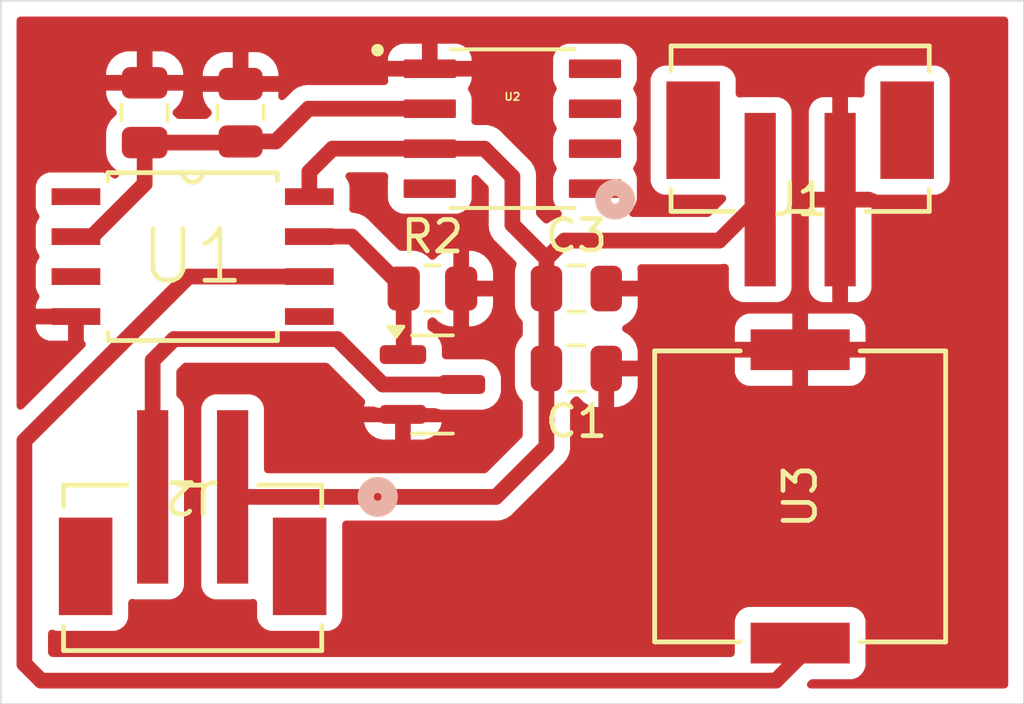
<source format=kicad_pcb>
(kicad_pcb (version 20221018) (generator pcbnew)
  (layers (0 "F.Cu" signal) (31 "B.Cu" signal) (34 "B.Paste" user) (35 "F.Paste" user) (36 "B.SilkS" user "B.Silkscreen") (37 "F.SilkS" user "F.Silkscreen") (38 "B.Mask" user) (39 "F.Mask" user) (44 "Edge.Cuts" user))
  (net 0 "")
  (net 1 "GND")
  (net 2 "/analog_read")
  (net 3 "/Vin")
  (net 4 "/signal")
  (net 5 "Net-(Q1-D)")
  (net 9 "/buzzer")
  (footprint "jst_ph:CONN2_B2B-PH-SM4_JST" (layer "F.Cu") (at 52.324 25.908)
    (fp_text reference "J1" (at 0 2.2541 unlocked) (layer "F.SilkS"))
    (fp_text value "B2B-PH-SM4-TBT LFSN" hide)
    (fp_circle (center -5.8801 2.2541) (end -5.4991 2.2541) (stroke (width 0.508)) (fill none) (layer "B.SilkS"))
    (fp_line (start -4.1021 -2.6289) (end -4.1021 -1.835041) (stroke (width 0.1524)) (layer "F.SilkS"))
    (fp_line (start -4.1021 1.929239) (end -4.1021 2.6289) (stroke (width 0.1524)) (layer "F.SilkS"))
    (fp_line (start -4.1021 2.6289) (end -2.09804 2.6289) (stroke (width 0.1524)) (layer "F.SilkS"))
    (fp_line (start -0.44196 2.6289) (end 0.44196 2.6289) (stroke (width 0.1524)) (layer "F.SilkS"))
    (fp_line (start 2.09804 2.6289) (end 4.1021 2.6289) (stroke (width 0.1524)) (layer "F.SilkS"))
    (fp_line (start 4.1021 -2.6289) (end -4.1021 -2.6289) (stroke (width 0.1524)) (layer "F.SilkS"))
    (fp_line (start 4.1021 -1.835041) (end 4.1021 -2.6289) (stroke (width 0.1524)) (layer "F.SilkS"))
    (fp_line (start 4.1021 2.6289) (end 4.1021 1.929239) (stroke (width 0.1524)) (layer "F.SilkS"))
    (fp_circle (center -5.8801 2.2541) (end -5.4991 2.2541) (stroke (width 0.508)) (fill none) (layer "F.SilkS"))
    (pad "1" smd rect (at -1.27 2.2541) (size 0.9906 5.5118) (layers "F.Cu" "F.Paste" "F.Mask") (net 3 "/Vin"))
    (pad "2" smd rect (at 1.27 2.2541) (size 0.9906 5.5118) (layers "F.Cu" "F.Paste" "F.Mask") (net 1 "GND"))
    (pad "3" smd rect (at -3.399998 0.047099) (size 1.7018 3.0988) (layers "F.Cu" "F.Paste" "F.Mask"))
    (pad "4" smd rect (at 3.399998 0.047099) (size 1.7018 3.0988) (layers "F.Cu" "F.Paste" "F.Mask"))
  )
  (footprint "Capacitor_SMD:C_0805_2012Metric" (layer "F.Cu") (at 31.496 25.4 90)
    (fp_text reference "C2" hide)
    (fp_text value "100nF")
    (fp_line (start -0.261252 -0.735) (end 0.261252 -0.735) (stroke (width 0.12)) (layer "F.SilkS"))
    (fp_line (start -0.261252 0.735) (end 0.261252 0.735) (stroke (width 0.12)) (layer "F.SilkS"))
    (pad "1" smd roundrect (at -0.95 0 90) (size 1 1.45) (layers "F.Cu" "F.Paste" "F.Mask") (net 2 "/analog_read"))
    (pad "2" smd roundrect (at 0.95 0 90) (size 1 1.45) (layers "F.Cu" "F.Paste" "F.Mask") (net 1 "GND"))
  )
  (footprint "Package_TO_SOT_SMD:SOT-23" (layer "F.Cu") (at 40.64 34.036)
    (fp_text reference "Q1" hide)
    (fp_text value "AO3400A")
    (fp_line (start 0 -1.56) (end -0.65 -1.56) (stroke (width 0.12)) (layer "F.SilkS"))
    (fp_line (start 0 -1.56) (end 0.65 -1.56) (stroke (width 0.12)) (layer "F.SilkS"))
    (fp_line (start 0 1.56) (end -0.65 1.56) (stroke (width 0.12)) (layer "F.SilkS"))
    (fp_line (start 0 1.56) (end 0.65 1.56) (stroke (width 0.12)) (layer "F.SilkS"))
    (fp_poly (pts (xy -1.1625 -1.51) (xy -1.4025 -1.84) (xy -0.9225 -1.84) (xy -1.1625 -1.51)) (stroke (width 0.12)) (fill solid) (layer "F.SilkS"))
    (pad "1" smd roundrect (at -0.9375 -0.95) (size 1.475 0.6) (layers "F.Cu" "F.Paste" "F.Mask") (net 4 "/signal"))
    (pad "2" smd roundrect (at -0.9375 0.95) (size 1.475 0.6) (layers "F.Cu" "F.Paste" "F.Mask") (net 1 "GND"))
    (pad "3" smd roundrect (at 0.9375 0) (size 1.475 0.6) (layers "F.Cu" "F.Paste" "F.Mask") (net 5 "Net-(Q1-D)"))
  )
  (footprint "Capacitor_SMD:C_0805_2012Metric" (layer "F.Cu") (at 45.212 33.528 180)
    (fp_text reference "C1" (at 0 -1.68) (layer "F.SilkS"))
    (fp_text value "100nF")
    (fp_line (start -0.261252 -0.735) (end 0.261252 -0.735) (stroke (width 0.12)) (layer "F.SilkS"))
    (fp_line (start -0.261252 0.735) (end 0.261252 0.735) (stroke (width 0.12)) (layer "F.SilkS"))
    (pad "1" smd roundrect (at -0.95 0 180) (size 1 1.45) (layers "F.Cu" "F.Paste" "F.Mask") (net 1 "GND"))
    (pad "2" smd roundrect (at 0.95 0 180) (size 1 1.45) (layers "F.Cu" "F.Paste" "F.Mask") (net 3 "/Vin"))
  )
  (footprint "ambient_sensor:SOIC127P599X175-8N" (layer "F.Cu") (at 43.18 25.908)
    (fp_text reference "U2" (at 0 -1.016) (layer "F.SilkS") (effects (font (size 0.24 0.25) (thickness 0.05) bold)))
    (fp_text value "MLX75305KXD-AAA-000-RE" hide)
    (fp_line (start -1.97 -2.52) (end 1.97 -2.52) (stroke (width 0.127)) (layer "F.SilkS"))
    (fp_line (start -1.97 2.52) (end 1.97 2.52) (stroke (width 0.127)) (layer "F.SilkS"))
    (fp_circle (center -4.285 -2.495) (end -4.185 -2.495) (stroke (width 0.2)) (fill none) (layer "F.SilkS"))
    (pad "1" smd roundrect (at -2.625 -1.905) (size 1.66 0.59) (layers "F.Cu" "F.Paste" "F.Mask") (roundrect_rratio 0.07) (net 1 "GND"))
    (pad "2" smd roundrect (at -2.625 -0.635) (size 1.66 0.59) (layers "F.Cu" "F.Paste" "F.Mask") (roundrect_rratio 0.07) (net 2 "/analog_read"))
    (pad "3" smd roundrect (at -2.625 0.635) (size 1.66 0.59) (layers "F.Cu" "F.Paste" "F.Mask") (roundrect_rratio 0.07) (net 3 "/Vin"))
    (pad "4" smd roundrect (at -2.625 1.905) (size 1.66 0.59) (layers "F.Cu" "F.Paste" "F.Mask") (roundrect_rratio 0.07))
    (pad "5" smd roundrect (at 2.625 1.905) (size 1.66 0.59) (layers "F.Cu" "F.Paste" "F.Mask") (roundrect_rratio 0.07))
    (pad "6" smd roundrect (at 2.625 0.635) (size 1.66 0.59) (layers "F.Cu" "F.Paste" "F.Mask") (roundrect_rratio 0.07))
    (pad "7" smd roundrect (at 2.625 -0.635) (size 1.66 0.59) (layers "F.Cu" "F.Paste" "F.Mask") (roundrect_rratio 0.07))
    (pad "8" smd roundrect (at 2.625 -1.905) (size 1.66 0.59) (layers "F.Cu" "F.Paste" "F.Mask") (roundrect_rratio 0.07))
  )
  (footprint "Resistor_SMD:R_0805_2012Metric" (layer "F.Cu") (at 40.64 30.988)
    (fp_text reference "R2" (at 0 -1.65) (layer "F.SilkS"))
    (fp_text value "R_US" hide)
    (fp_line (start -0.227064 -0.735) (end 0.227064 -0.735) (stroke (width 0.12)) (layer "F.SilkS"))
    (fp_line (start -0.227064 0.735) (end 0.227064 0.735) (stroke (width 0.12)) (layer "F.SilkS"))
    (pad "1" smd roundrect (at -0.9125 0) (size 1.025 1.4) (layers "F.Cu" "F.Paste" "F.Mask") (roundrect_rratio 0.243902) (net 4 "/signal"))
    (pad "2" smd roundrect (at 0.9125 0) (size 1.025 1.4) (layers "F.Cu" "F.Paste" "F.Mask") (roundrect_rratio 0.243902) (net 1 "GND"))
  )
  (footprint "Resistor_SMD:R_0805_2012Metric" (layer "F.Cu") (at 34.544 25.4 90)
    (fp_text reference "R1" hide)
    (fp_text value "R_US" hide)
    (fp_line (start -0.227064 -0.735) (end 0.227064 -0.735) (stroke (width 0.12)) (layer "F.SilkS"))
    (fp_line (start -0.227064 0.735) (end 0.227064 0.735) (stroke (width 0.12)) (layer "F.SilkS"))
    (pad "1" smd roundrect (at -0.9125 0 90) (size 1.025 1.4) (layers "F.Cu" "F.Paste" "F.Mask") (roundrect_rratio 0.243902) (net 2 "/analog_read"))
    (pad "2" smd roundrect (at 0.9125 0 90) (size 1.025 1.4) (layers "F.Cu" "F.Paste" "F.Mask") (roundrect_rratio 0.243902) (net 1 "GND"))
  )
  (footprint "Capacitor_SMD:C_0805_2012Metric" (layer "F.Cu") (at 45.212 30.988)
    (fp_text reference "C3" (at 0 -1.68) (layer "F.SilkS"))
    (fp_text value "2.2uF")
    (fp_line (start -0.261252 -0.735) (end 0.261252 -0.735) (stroke (width 0.12)) (layer "F.SilkS"))
    (fp_line (start -0.261252 0.735) (end 0.261252 0.735) (stroke (width 0.12)) (layer "F.SilkS"))
    (pad "1" smd roundrect (at -0.95 0) (size 1 1.45) (layers "F.Cu" "F.Paste" "F.Mask") (net 3 "/Vin"))
    (pad "2" smd roundrect (at 0.95 0) (size 1 1.45) (layers "F.Cu" "F.Paste" "F.Mask") (net 1 "GND"))
  )
  (footprint "jst_ph:CONN2_B2B-PH-SM4_JST" (layer "F.Cu") (at 33.02 39.86205 180)
    (fp_text reference "J2" (at 0 2.2541 180 unlocked) (layer "F.SilkS"))
    (fp_text value "B2B-PH-SM4-TBT LFSN" hide)
    (fp_circle (center -5.8801 2.2541) (end -5.4991 2.2541) (stroke (width 0.508)) (fill none) (layer "B.SilkS"))
    (fp_line (start -4.1021 -2.6289) (end -4.1021 -1.835041) (stroke (width 0.1524)) (layer "F.SilkS"))
    (fp_line (start -4.1021 1.929239) (end -4.1021 2.6289) (stroke (width 0.1524)) (layer "F.SilkS"))
    (fp_line (start -4.1021 2.6289) (end -2.09804 2.6289) (stroke (width 0.1524)) (layer "F.SilkS"))
    (fp_line (start -0.44196 2.6289) (end 0.44196 2.6289) (stroke (width 0.1524)) (layer "F.SilkS"))
    (fp_line (start 2.09804 2.6289) (end 4.1021 2.6289) (stroke (width 0.1524)) (layer "F.SilkS"))
    (fp_line (start 4.1021 -2.6289) (end -4.1021 -2.6289) (stroke (width 0.1524)) (layer "F.SilkS"))
    (fp_line (start 4.1021 -1.835041) (end 4.1021 -2.6289) (stroke (width 0.1524)) (layer "F.SilkS"))
    (fp_line (start 4.1021 2.6289) (end 4.1021 1.929239) (stroke (width 0.1524)) (layer "F.SilkS"))
    (fp_circle (center -5.8801 2.2541) (end -5.4991 2.2541) (stroke (width 0.508)) (fill none) (layer "F.SilkS"))
    (pad "1" smd rect (at -1.27 2.2541 180) (size 0.9906 5.5118) (layers "F.Cu" "F.Paste" "F.Mask") (net 3 "/Vin"))
    (pad "2" smd rect (at 1.27 2.2541 180) (size 0.9906 5.5118) (layers "F.Cu" "F.Paste" "F.Mask") (net 5 "Net-(Q1-D)"))
    (pad "3" smd rect (at -3.399998 0.047099 180) (size 1.7018 3.0988) (layers "F.Cu" "F.Paste" "F.Mask"))
    (pad "4" smd rect (at 3.399998 0.047099 180) (size 1.7018 3.0988) (layers "F.Cu" "F.Paste" "F.Mask"))
  )
  (footprint "attiny85:ATTINY85-20SUR" (layer "F.Cu") (at 33.02 29.972)
    (fp_text reference "U1" (at 0 0) (layer "F.SilkS") (effects (font (size 1.642354 1.642354))))
    (fp_text value "ATTINY85-20SUR")
    (fp_line (start -2.6924 -2.667) (end -2.6924 -2.413) (stroke (width 0.1524)) (layer "F.SilkS"))
    (fp_line (start -2.6924 2.413) (end -2.6924 2.667) (stroke (width 0.1524)) (layer "F.SilkS"))
    (fp_line (start -2.6924 2.667) (end 2.6924 2.667) (stroke (width 0.1524)) (layer "F.SilkS"))
    (fp_line (start -0.3048 -2.667) (end -2.6924 -2.667) (stroke (width 0.1524)) (layer "F.SilkS"))
    (fp_line (start 0.3048 -2.667) (end -0.3048 -2.667) (stroke (width 0.1524)) (layer "F.SilkS"))
    (fp_line (start 2.6924 -2.667) (end 0.3048 -2.667) (stroke (width 0.1524)) (layer "F.SilkS"))
    (fp_line (start 2.6924 -2.413) (end 2.6924 -2.667) (stroke (width 0.1524)) (layer "F.SilkS"))
    (fp_line (start 2.6924 2.667) (end 2.6924 2.413) (stroke (width 0.1524)) (layer "F.SilkS"))
    (fp_arc (start 0.3048 -2.667) (mid 0 -2.3622) (end -0.3048 -2.667) (stroke (width 0.1524)) (layer "F.SilkS"))
    (fp_arc (start 0.3048 -2.667) (mid 0 -2.3622) (end -0.3048 -2.667) (stroke (width 0.1524)) (layer "F.SilkS"))
    (pad "1" smd rect (at -3.7084 -1.905) (size 1.5494 0.5334) (layers "F.Cu" "F.Paste" "F.Mask"))
    (pad "2" smd rect (at -3.7084 -0.635) (size 1.5494 0.5334) (layers "F.Cu" "F.Paste" "F.Mask") (net 2 "/analog_read"))
    (pad "3" smd rect (at -3.7084 0.635) (size 1.5494 0.5334) (layers "F.Cu" "F.Paste" "F.Mask"))
    (pad "4" smd rect (at -3.7084 1.905) (size 1.5494 0.5334) (layers "F.Cu" "F.Paste" "F.Mask") (net 1 "GND"))
    (pad "5" smd rect (at 3.7084 1.905) (size 1.5494 0.5334) (layers "F.Cu" "F.Paste" "F.Mask"))
    (pad "6" smd rect (at 3.7084 0.635) (size 1.5494 0.5334) (layers "F.Cu" "F.Paste" "F.Mask") (net 9 "/buzzer"))
    (pad "7" smd rect (at 3.7084 -0.635) (size 1.5494 0.5334) (layers "F.Cu" "F.Paste" "F.Mask") (net 4 "/signal"))
    (pad "8" smd rect (at 3.7084 -1.905) (size 1.5494 0.5334) (layers "F.Cu" "F.Paste" "F.Mask") (net 3 "/Vin"))
  )
  (footprint "buzzer_3v_9x9mm:SM_CPT_9X9_CUD" (layer "F.Cu") (at 52.324 37.592 90)
    (fp_text reference "U3" (at 0 0 90 unlocked) (layer "F.SilkS"))
    (fp_text value "CPT-9019S-SMT-TR" hide)
    (fp_line (start -4.6228 -4.6228) (end -4.6228 -1.90754) (stroke (width 0.1524)) (layer "F.SilkS"))
    (fp_line (start -4.6228 1.90754) (end -4.6228 4.6228) (stroke (width 0.1524)) (layer "F.SilkS"))
    (fp_line (start -4.6228 4.6228) (end 4.6228 4.6228) (stroke (width 0.1524)) (layer "F.SilkS"))
    (fp_line (start 4.6228 -4.6228) (end -4.6228 -4.6228) (stroke (width 0.1524)) (layer "F.SilkS"))
    (fp_line (start 4.6228 -1.90754) (end 4.6228 -4.6228) (stroke (width 0.1524)) (layer "F.SilkS"))
    (fp_line (start 4.6228 4.6228) (end 4.6228 1.90754) (stroke (width 0.1524)) (layer "F.SilkS"))
    (pad "1" smd rect (at -4.6609 0 90) (size 1.2954 3.1496) (layers "F.Cu" "F.Paste" "F.Mask") (net 9 "/buzzer"))
    (pad "2" smd rect (at 4.6609 0 90) (size 1.2954 3.1496) (layers "F.Cu" "F.Paste" "F.Mask") (net 1 "GND"))
  )
  (gr_rect (start 26.924 21.844) (end 59.436 44.196) (stroke (width 0.05)) (fill none) (layer "Edge.Cuts"))
  (segment (start 31.496 27.6606) (end 31.496 26.35) (width 0.5) (layer "F.Cu") (net 2))
  (segment (start 34.544 26.3125) (end 35.6635 26.3125) (width 0.5) (layer "F.Cu") (net 2))
  (segment (start 35.6635 26.3125) (end 36.703 25.273) (width 0.5) (layer "F.Cu") (net 2))
  (segment (start 29.3116 29.337) (end 29.8196 29.337) (width 0.5) (layer "F.Cu") (net 2))
  (segment (start 31.496 26.35) (end 34.5065 26.35) (width 0.5) (layer "F.Cu") (net 2))
  (segment (start 34.5065 26.35) (end 34.544 26.3125) (width 0.5) (layer "F.Cu") (net 2))
  (segment (start 29.8196 29.337) (end 31.496 27.6606) (width 0.5) (layer "F.Cu") (net 2))
  (segment (start 36.703 25.273) (end 40.555 25.273) (width 0.5) (layer "F.Cu") (net 2))
  (segment (start 43.18 28.956) (end 44.262 30.038) (width 0.5) (layer "F.Cu") (net 3))
  (segment (start 40.555 26.543) (end 37.465 26.543) (width 0.5) (layer "F.Cu") (net 3))
  (segment (start 44.262 36.002) (end 44.262 33.528) (width 0.5) (layer "F.Cu") (net 3))
  (segment (start 51.054 28.1621) (end 49.7521 29.464) (width 0.5) (layer "F.Cu") (net 3))
  (segment (start 42.291 26.543) (end 43.18 27.432) (width 0.5) (layer "F.Cu") (net 3))
  (segment (start 49.7521 29.464) (end 44.836 29.464) (width 0.5) (layer "F.Cu") (net 3))
  (segment (start 44.836 29.464) (end 44.262 30.038) (width 0.5) (layer "F.Cu") (net 3))
  (segment (start 44.262 30.038) (end 44.262 30.988) (width 0.5) (layer "F.Cu") (net 3))
  (segment (start 42.65605 37.60795) (end 44.262 36.002) (width 0.5) (layer "F.Cu") (net 3))
  (segment (start 40.555 26.543) (end 42.291 26.543) (width 0.5) (layer "F.Cu") (net 3))
  (segment (start 36.7284 27.2796) (end 36.7284 28.067) (width 0.5) (layer "F.Cu") (net 3))
  (segment (start 34.29 37.60795) (end 42.65605 37.60795) (width 0.5) (layer "F.Cu") (net 3))
  (segment (start 43.18 27.432) (end 43.18 28.956) (width 0.5) (layer "F.Cu") (net 3))
  (segment (start 37.465 26.543) (end 36.7284 27.2796) (width 0.5) (layer "F.Cu") (net 3))
  (segment (start 44.262 30.988) (end 44.262 33.528) (width 0.5) (layer "F.Cu") (net 3))
  (segment (start 39.7275 30.988) (end 38.0765 29.337) (width 0.5) (layer "F.Cu") (net 4))
  (segment (start 38.0765 29.337) (end 36.7284 29.337) (width 0.5) (layer "F.Cu") (net 4))
  (segment (start 39.7275 30.988) (end 39.7275 33.061) (width 0.5) (layer "F.Cu") (net 4))
  (segment (start 32.4303 32.5937) (end 31.75 33.274) (width 0.5) (layer "F.Cu") (net 5))
  (segment (start 41.5775 34.036) (end 39.062316 34.036) (width 0.5) (layer "F.Cu") (net 5))
  (segment (start 37.620016 32.5937) (end 32.4303 32.5937) (width 0.5) (layer "F.Cu") (net 5))
  (segment (start 39.062316 34.036) (end 37.620016 32.5937) (width 0.5) (layer "F.Cu") (net 5))
  (segment (start 31.75 33.274) (end 31.75 37.60795) (width 0.5) (layer "F.Cu") (net 5))
  (segment (start 51.55 43.446) (end 28.206 43.446) (width 0.5) (layer "F.Cu") (net 9))
  (segment (start 52.324 42.672) (end 51.55 43.446) (width 0.5) (layer "F.Cu") (net 9))
  (segment (start 27.674 35.826) (end 32.893 30.607) (width 0.5) (layer "F.Cu") (net 9))
  (segment (start 27.674 42.914) (end 27.674 35.826) (width 0.5) (layer "F.Cu") (net 9))
  (segment (start 32.893 30.607) (end 36.7284 30.607) (width 0.5) (layer "F.Cu") (net 9))
  (segment (start 28.206 43.446) (end 27.674 42.914) (width 0.5) (layer "F.Cu") (net 9))
  (segment (start 52.324 42.2529) (end 52.324 42.672) (width 0.5) (layer "F.Cu") (net 9))
  (zone (net 1) (net_name "GND") (layer "F.Cu") (connect_pads (clearance 0.4)) (min_thickness 0.25) (fill yes (thermal_gap 0.4) (thermal_bridge_width 0.5))
    (polygon (pts (xy 59.436 21.844) (xy 59.436 44.196) (xy 26.924 44.196) (xy 26.924 21.844)))
  )
)
</source>
